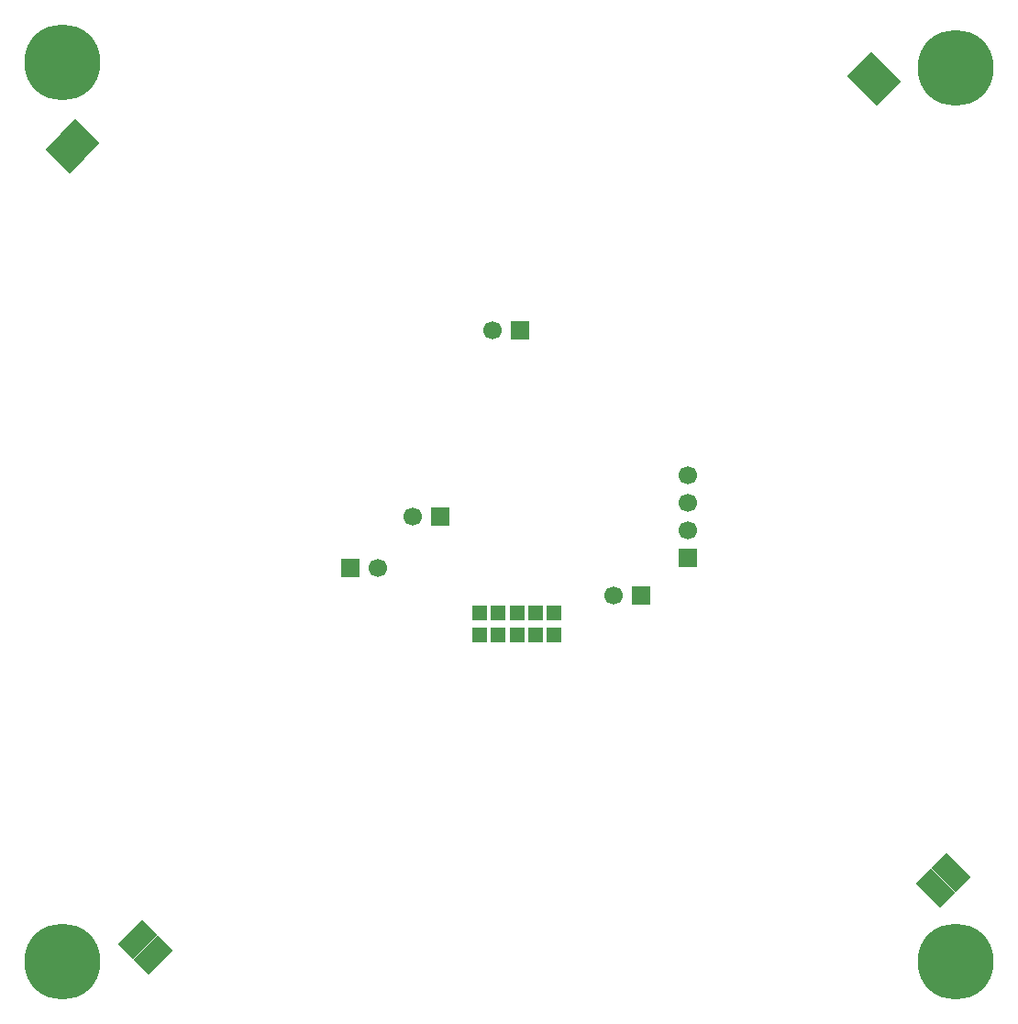
<source format=gbs>
G04 DipTrace 3.2.0.1*
G04 Rev1.3.gbs*
%MOIN*%
G04 #@! TF.FileFunction,Soldermask,Bot*
G04 #@! TF.Part,Single*
%AMOUTLINE13*
4,1,4,
0.017399,0.071685,
0.071685,0.017399,
-0.017399,-0.071685,
-0.071685,-0.017399,
0.017399,0.071685,
0*%
%AMOUTLINE16*
4,1,4,
-0.071685,0.017399,
-0.017399,0.071685,
0.071685,-0.017399,
0.017399,-0.071685,
-0.071685,0.017399,
0*%
%ADD38C,0.275591*%
%ADD47R,0.055118X0.055118*%
%ADD59C,0.066929*%
%ADD61R,0.066929X0.066929*%
%ADD86OUTLINE13*%
%ADD89OUTLINE16*%
%FSLAX26Y26*%
G04*
G70*
G90*
G75*
G01*
G04 BotMask*
%LPD*%
D61*
X2813877Y2038958D3*
D59*
X2713877D3*
D61*
X1757579Y2137795D3*
D59*
X1857579D3*
D61*
X2372047Y3001969D3*
D59*
X2272047D3*
D61*
X2982283Y2175197D3*
D59*
Y2275197D3*
Y2375197D3*
Y2475197D3*
D86*
X1038927Y732677D3*
X983249Y788354D3*
D89*
X3938927Y1032677D3*
X3883249Y977000D3*
X718701Y3643701D3*
X774378Y3699378D3*
D86*
X3631201Y3943701D3*
X3686878Y3888024D3*
D47*
X2495160Y1895223D3*
X2428231D3*
X2361302D3*
X2294373D3*
X2227444D3*
Y1973963D3*
X2294373D3*
X2361302D3*
X2428231D3*
X2495160D3*
D61*
X2082703Y2326428D3*
D59*
X1982703D3*
D38*
X3956693Y708661D3*
X708661D3*
Y3976378D3*
X3956693Y3956693D3*
M02*

</source>
